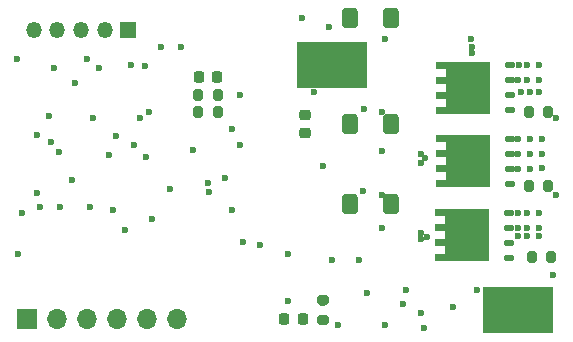
<source format=gbr>
%TF.GenerationSoftware,KiCad,Pcbnew,8.0.5*%
%TF.CreationDate,2025-03-17T20:49:01+05:30*%
%TF.ProjectId,bldc,626c6463-2e6b-4696-9361-645f70636258,rev?*%
%TF.SameCoordinates,Original*%
%TF.FileFunction,Soldermask,Bot*%
%TF.FilePolarity,Negative*%
%FSLAX46Y46*%
G04 Gerber Fmt 4.6, Leading zero omitted, Abs format (unit mm)*
G04 Created by KiCad (PCBNEW 8.0.5) date 2025-03-17 20:49:01*
%MOMM*%
%LPD*%
G01*
G04 APERTURE LIST*
G04 Aperture macros list*
%AMRoundRect*
0 Rectangle with rounded corners*
0 $1 Rounding radius*
0 $2 $3 $4 $5 $6 $7 $8 $9 X,Y pos of 4 corners*
0 Add a 4 corners polygon primitive as box body*
4,1,4,$2,$3,$4,$5,$6,$7,$8,$9,$2,$3,0*
0 Add four circle primitives for the rounded corners*
1,1,$1+$1,$2,$3*
1,1,$1+$1,$4,$5*
1,1,$1+$1,$6,$7*
1,1,$1+$1,$8,$9*
0 Add four rect primitives between the rounded corners*
20,1,$1+$1,$2,$3,$4,$5,0*
20,1,$1+$1,$4,$5,$6,$7,0*
20,1,$1+$1,$6,$7,$8,$9,0*
20,1,$1+$1,$8,$9,$2,$3,0*%
%AMFreePoly0*
4,1,17,2.675000,1.605000,1.875000,1.605000,1.875000,0.935000,2.675000,0.935000,2.675000,0.335000,1.875000,0.335000,1.875000,-0.335000,2.675000,-0.335000,2.675000,-0.935000,1.875000,-0.935000,1.875000,-1.605000,2.675000,-1.605000,2.675000,-2.205000,-1.875000,-2.205000,-1.875000,2.205000,2.675000,2.205000,2.675000,1.605000,2.675000,1.605000,$1*%
G04 Aperture macros list end*
%ADD10R,1.350000X1.350000*%
%ADD11O,1.350000X1.350000*%
%ADD12R,1.700000X1.700000*%
%ADD13O,1.700000X1.700000*%
%ADD14RoundRect,0.250000X0.400000X0.600000X-0.400000X0.600000X-0.400000X-0.600000X0.400000X-0.600000X0*%
%ADD15RoundRect,0.200000X-0.200000X-0.275000X0.200000X-0.275000X0.200000X0.275000X-0.200000X0.275000X0*%
%ADD16FreePoly0,180.000000*%
%ADD17RoundRect,0.125000X0.300000X0.125000X-0.300000X0.125000X-0.300000X-0.125000X0.300000X-0.125000X0*%
%ADD18RoundRect,0.225000X-0.250000X0.225000X-0.250000X-0.225000X0.250000X-0.225000X0.250000X0.225000X0*%
%ADD19RoundRect,0.200000X-0.275000X0.200000X-0.275000X-0.200000X0.275000X-0.200000X0.275000X0.200000X0*%
%ADD20RoundRect,0.200000X0.200000X0.275000X-0.200000X0.275000X-0.200000X-0.275000X0.200000X-0.275000X0*%
%ADD21RoundRect,0.225000X0.225000X0.250000X-0.225000X0.250000X-0.225000X-0.250000X0.225000X-0.250000X0*%
%ADD22R,6.000000X4.000000*%
%ADD23C,0.600000*%
G04 APERTURE END LIST*
D10*
%TO.C,J1*%
X60500000Y-98500000D03*
D11*
X58500000Y-98500000D03*
X56500000Y-98500000D03*
X54500000Y-98500000D03*
X52500000Y-98500000D03*
%TD*%
D12*
%TO.C,J3*%
X51900000Y-123000000D03*
D13*
X54440000Y-123000000D03*
X56980000Y-123000000D03*
X59520000Y-123000000D03*
X62060000Y-123000000D03*
X64600000Y-123000000D03*
%TD*%
D14*
%TO.C,D3*%
X82750000Y-113250000D03*
X79250000Y-113250000D03*
%TD*%
D15*
%TO.C,R7*%
X66425000Y-105500000D03*
X68075000Y-105500000D03*
%TD*%
D16*
%TO.C,Q9*%
X89200000Y-115900000D03*
D17*
X92750000Y-113995000D03*
X92750000Y-115265000D03*
X92750000Y-116535000D03*
X92750000Y-117805000D03*
%TD*%
D16*
%TO.C,Q1*%
X89255000Y-103405000D03*
D17*
X92805000Y-101500000D03*
X92805000Y-102770000D03*
X92805000Y-104040000D03*
X92805000Y-105310000D03*
%TD*%
D18*
%TO.C,C17*%
X75500000Y-105725000D03*
X75500000Y-107275000D03*
%TD*%
D19*
%TO.C,R11*%
X77000000Y-121425000D03*
X77000000Y-123075000D03*
%TD*%
D16*
%TO.C,Q7*%
X89255000Y-109655000D03*
D17*
X92805000Y-107750000D03*
X92805000Y-109020000D03*
X92805000Y-110290000D03*
X92805000Y-111560000D03*
%TD*%
D20*
%TO.C,R5*%
X96325000Y-117750000D03*
X94675000Y-117750000D03*
%TD*%
D14*
%TO.C,D2*%
X82750000Y-106500000D03*
X79250000Y-106500000D03*
%TD*%
D21*
%TO.C,C13*%
X75275000Y-123000000D03*
X73725000Y-123000000D03*
%TD*%
D20*
%TO.C,R3*%
X96075000Y-111750000D03*
X94425000Y-111750000D03*
%TD*%
D14*
%TO.C,D1*%
X82750000Y-97500000D03*
X79250000Y-97500000D03*
%TD*%
D15*
%TO.C,R18*%
X66425000Y-104000000D03*
X68075000Y-104000000D03*
%TD*%
D22*
%TO.C,TP5*%
X77750000Y-101500000D03*
%TD*%
%TO.C,TP4*%
X93500000Y-122250000D03*
%TD*%
D21*
%TO.C,C16*%
X68025000Y-102500000D03*
X66475000Y-102500000D03*
%TD*%
D20*
%TO.C,R1*%
X96075000Y-105500000D03*
X94425000Y-105500000D03*
%TD*%
D23*
X85807500Y-116057500D03*
X85625000Y-109375000D03*
X66000000Y-108650000D03*
X60750000Y-101500000D03*
X63250000Y-100000000D03*
X82250000Y-99250000D03*
X77500000Y-98250000D03*
X80500000Y-105250000D03*
X71675000Y-116750000D03*
X80375000Y-112125000D03*
X82000000Y-105500000D03*
X82000000Y-112500000D03*
X93550000Y-101500000D03*
X94250000Y-101500000D03*
X95250000Y-102750000D03*
X95250000Y-101500000D03*
X93500000Y-102770000D03*
X57000000Y-101000000D03*
X94500000Y-103750000D03*
X93750000Y-103750000D03*
X75250000Y-97500000D03*
X94250000Y-102770000D03*
X95250000Y-103750000D03*
X80000000Y-118000000D03*
X90000000Y-120500000D03*
X95000000Y-122500000D03*
X94250000Y-122500000D03*
X84000000Y-120500000D03*
X85250000Y-109750000D03*
X51500000Y-114000000D03*
X70250000Y-116500000D03*
X62000000Y-109250000D03*
X58000000Y-101750000D03*
X85315294Y-109053049D03*
X56000000Y-103000000D03*
X52750000Y-112350000D03*
X85250000Y-115750000D03*
X82250000Y-123500000D03*
X69250000Y-113750000D03*
X77750000Y-118000000D03*
X89600000Y-100000000D03*
X76250000Y-103750000D03*
X54000000Y-108000000D03*
X88000000Y-122000000D03*
X77000000Y-110000000D03*
X89600000Y-100500000D03*
X65000000Y-100000000D03*
X89500000Y-99250000D03*
X83750000Y-121750000D03*
X85250000Y-116250000D03*
X95500000Y-109000000D03*
X93500000Y-109020000D03*
X54750000Y-113500000D03*
X93500000Y-110290000D03*
X93500000Y-107750000D03*
X82000000Y-108750000D03*
X57250000Y-113500000D03*
X94500000Y-107750000D03*
X53000000Y-113500000D03*
X95500000Y-110250000D03*
X95500000Y-107750000D03*
X94500000Y-109020000D03*
X94500000Y-110290000D03*
X82000000Y-115250000D03*
X95250000Y-115250000D03*
X93500000Y-113995000D03*
X62500000Y-114500000D03*
X94250000Y-116000000D03*
X94250000Y-115265000D03*
X93500000Y-115265000D03*
X94250000Y-113995000D03*
X93500000Y-116000000D03*
X95250000Y-114000000D03*
X95250000Y-116000000D03*
X69250000Y-106900000D03*
X67234007Y-111446753D03*
X58850000Y-109125000D03*
X64000000Y-112000000D03*
X61500000Y-106000000D03*
X57500000Y-106000000D03*
X60250000Y-115500000D03*
X53750000Y-105825000D03*
X55750000Y-111250000D03*
X51150000Y-117500000D03*
X52750000Y-107400000D03*
X51100000Y-101000000D03*
X54250000Y-101750000D03*
X54625000Y-108875000D03*
X68700000Y-111050000D03*
X67350000Y-112250000D03*
X61000000Y-108250000D03*
X59500000Y-107500000D03*
X61915380Y-101584620D03*
X62250000Y-105500000D03*
X59250000Y-113750000D03*
X85500000Y-123750000D03*
X74000000Y-121500000D03*
X96750000Y-106000000D03*
X96750000Y-112500000D03*
X96500000Y-119250000D03*
X77000000Y-121600000D03*
X74000000Y-117500000D03*
X80750000Y-120750000D03*
X85250000Y-122500000D03*
X78250000Y-123500000D03*
X70000000Y-108250000D03*
X70000000Y-104000000D03*
M02*

</source>
